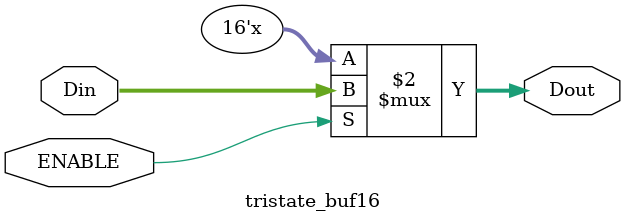
<source format=v>
module tristate_buf16
(
	//input
	ENABLE,
	Din,
	//output
	Dout
);

input ENABLE;
input [15:0] Din;
output [15:0] Dout;

assign Dout = (ENABLE == 1'b1) ? Din : 16'hzzzz;

endmodule


</source>
